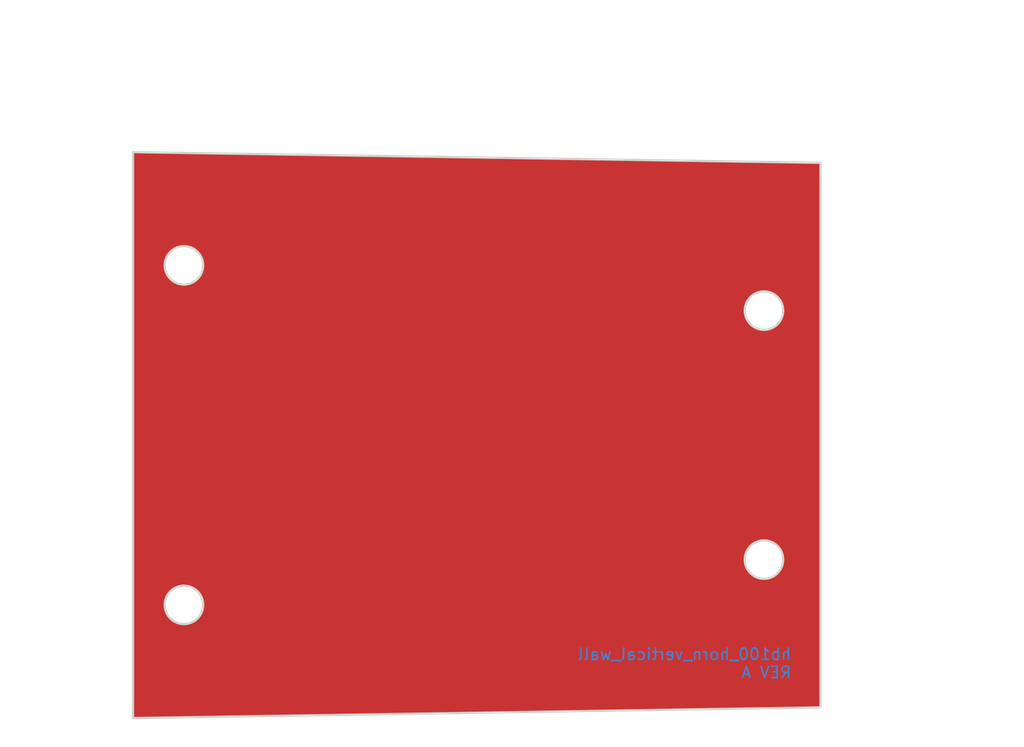
<source format=kicad_pcb>
(kicad_pcb (version 20221018) (generator pcbnew)

  (general
    (thickness 1.6)
  )

  (paper "A4")
  (layers
    (0 "F.Cu" signal)
    (31 "B.Cu" signal)
    (32 "B.Adhes" user "B.Adhesive")
    (33 "F.Adhes" user "F.Adhesive")
    (34 "B.Paste" user)
    (35 "F.Paste" user)
    (36 "B.SilkS" user "B.Silkscreen")
    (37 "F.SilkS" user "F.Silkscreen")
    (38 "B.Mask" user)
    (39 "F.Mask" user)
    (40 "Dwgs.User" user "User.Drawings")
    (41 "Cmts.User" user "User.Comments")
    (42 "Eco1.User" user "User.Eco1")
    (43 "Eco2.User" user "User.Eco2")
    (44 "Edge.Cuts" user)
    (45 "Margin" user)
    (46 "B.CrtYd" user "B.Courtyard")
    (47 "F.CrtYd" user "F.Courtyard")
    (48 "B.Fab" user)
    (49 "F.Fab" user)
    (50 "User.1" user)
    (51 "User.2" user)
    (52 "User.3" user)
    (53 "User.4" user)
    (54 "User.5" user)
    (55 "User.6" user)
    (56 "User.7" user)
    (57 "User.8" user)
    (58 "User.9" user)
  )

  (setup
    (pad_to_mask_clearance 0)
    (pcbplotparams
      (layerselection 0x00010fc_ffffffff)
      (plot_on_all_layers_selection 0x0000000_00000000)
      (disableapertmacros false)
      (usegerberextensions false)
      (usegerberattributes true)
      (usegerberadvancedattributes true)
      (creategerberjobfile true)
      (dashed_line_dash_ratio 12.000000)
      (dashed_line_gap_ratio 3.000000)
      (svgprecision 4)
      (plotframeref false)
      (viasonmask false)
      (mode 1)
      (useauxorigin false)
      (hpglpennumber 1)
      (hpglpenspeed 20)
      (hpglpendiameter 15.000000)
      (dxfpolygonmode true)
      (dxfimperialunits true)
      (dxfusepcbnewfont true)
      (psnegative false)
      (psa4output false)
      (plotreference true)
      (plotvalue true)
      (plotinvisibletext false)
      (sketchpadsonfab false)
      (subtractmaskfromsilk false)
      (outputformat 1)
      (mirror false)
      (drillshape 1)
      (scaleselection 1)
      (outputdirectory "")
    )
  )

  (net 0 "")

  (gr_circle (center 92.499999 68.443949) (end 90.800001 68.443949)
    (stroke (width 0.2) (type solid)) (fill none) (layer "Edge.Cuts") (tstamp 0e86129f-9c59-4a11-b312-149455d4ceff))
  (gr_line (start 97.499998 33.387894) (end 36.752572 32.443948)
    (stroke (width 0.2) (type solid)) (layer "Edge.Cuts") (tstamp 303e2264-005d-4d61-ae64-d2b281b806dc))
  (gr_line (start 97.5 81.5) (end 97.499998 33.387894)
    (stroke (width 0.2) (type solid)) (layer "Edge.Cuts") (tstamp 3b4d01fa-b6ea-4a83-8d46-6fd6a267173e))
  (gr_line (start 36.752571 82.443948) (end 97.5 81.5)
    (stroke (width 0.2) (type solid)) (layer "Edge.Cuts") (tstamp 3cc7197d-6ef6-4037-b029-8272b45daa75))
  (gr_circle (center 41.252572 72.443947) (end 39.552572 72.443947)
    (stroke (width 0.2) (type solid)) (fill none) (layer "Edge.Cuts") (tstamp 4cfbdc8d-44dd-4fe4-b1a2-fb6669bcec37))
  (gr_circle (center 41.252572 42.443947) (end 39.552571 42.443947)
    (stroke (width 0.2) (type solid)) (fill none) (layer "Edge.Cuts") (tstamp 52ed8645-322d-44e3-bdbf-f265294cb69a))
  (gr_line (start 36.752572 32.443948) (end 36.752571 82.443948)
    (stroke (width 0.2) (type solid)) (layer "Edge.Cuts") (tstamp c01482ea-2288-402d-ac44-285a9589b946))
  (gr_circle (center 92.5 46.443947) (end 90.799999 46.44395)
    (stroke (width 0.2) (type solid)) (fill none) (layer "Edge.Cuts") (tstamp fba13032-0e76-4043-8f53-98a2c3a97243))
  (gr_text "hb100_horn_vertical_wall\nREV A" (at 95 79) (layer "B.Cu") (tstamp d0761a37-8de4-4720-a23f-20549e35dbd0)
    (effects (font (size 1 1) (thickness 0.15)) (justify left bottom mirror))
  )
  (gr_text "hb100_horn_vertical_wall\nREV A" (at 95 79) (layer "B.Mask") (tstamp 12132012-f3e3-4ec9-89fa-c308804df2ba)
    (effects (font (size 1 1) (thickness 0.15)) (justify left bottom mirror))
  )

  (zone (net 0) (net_name "") (layer "F.Cu") (tstamp ed0cc637-b977-4d6c-a7e4-620198b78416) (hatch edge 0.5)
    (connect_pads (clearance 0.5))
    (min_thickness 0.25) (filled_areas_thickness no)
    (fill yes (thermal_gap 0.5) (thermal_bridge_width 0.5) (island_removal_mode 1) (island_area_min 10))
    (polygon
      (pts
        (xy 25 19)
        (xy 115.5 19)
        (xy 115.5 85)
        (xy 25 85)
      )
    )
    (filled_polygon
      (layer "F.Cu")
      (island)
      (pts
        (xy 97.377425 33.386488)
        (xy 97.44415 33.407212)
        (xy 97.489079 33.46072)
        (xy 97.499498 33.510473)
        (xy 97.499498 81.377419)
        (xy 97.479813 81.444458)
        (xy 97.427009 81.490213)
        (xy 97.377425 81.501404)
        (xy 36.878998 82.441483)
        (xy 36.81166 82.422842)
        (xy 36.765091 82.370756)
        (xy 36.753071 82.317498)
        (xy 36.753071 72.443951)
        (xy 39.547304 72.443951)
        (xy 39.566349 72.698101)
        (xy 39.622675 72.944883)
        (xy 39.623064 72.946584)
        (xy 39.716179 73.183835)
        (xy 39.843613 73.404559)
        (xy 40.002522 73.603824)
        (xy 40.189355 73.777179)
        (xy 40.399938 73.920752)
        (xy 40.399943 73.920754)
        (xy 40.399944 73.920755)
        (xy 40.399945 73.920756)
        (xy 40.558509 73.997116)
        (xy 40.629568 74.031336)
        (xy 40.671729 74.044341)
        (xy 40.678821 74.047013)
        (xy 40.713817 74.062702)
        (xy 40.741761 74.065943)
        (xy 40.873114 74.10646)
        (xy 40.873119 74.10646)
        (xy 40.87312 74.106461)
        (xy 40.920681 74.11363)
        (xy 40.927873 74.115154)
        (xy 40.930553 74.115889)
        (xy 40.930618 74.115905)
        (xy 40.964808 74.125299)
        (xy 40.991819 74.124352)
        (xy 41.125137 74.144447)
        (xy 41.125143 74.144447)
        (xy 41.177264 74.144447)
        (xy 41.184382 74.144857)
        (xy 41.222261 74.149231)
        (xy 41.247762 74.144447)
        (xy 41.380003 74.144447)
        (xy 41.380007 74.144447)
        (xy 41.435607 74.136066)
        (xy 41.442457 74.135421)
        (xy 41.447821 74.135216)
        (xy 41.447822 74.135215)
        (xy 41.449881 74.135137)
        (xy 41.449921 74.135134)
        (xy 41.480363 74.133966)
        (xy 41.50377 74.125792)
        (xy 41.63203 74.10646)
        (xy 41.689741 74.088658)
        (xy 41.696135 74.087057)
        (xy 41.703703 74.08559)
        (xy 41.70371 74.085587)
        (xy 41.704404 74.085453)
        (xy 41.704413 74.085451)
        (xy 41.733117 74.079884)
        (xy 41.754007 74.068834)
        (xy 41.875576 74.031336)
        (xy 41.933751 74.00332)
        (xy 41.939654 74.000846)
        (xy 41.949012 73.997486)
        (xy 41.949019 73.997482)
        (xy 41.950008 73.997127)
        (xy 41.950036 73.997116)
        (xy 41.974732 73.988246)
        (xy 41.992774 73.974896)
        (xy 42.105206 73.920752)
        (xy 42.162081 73.881975)
        (xy 42.167342 73.878761)
        (xy 42.177997 73.872968)
        (xy 42.178003 73.872963)
        (xy 42.199649 73.861193)
        (xy 42.21463 73.846147)
        (xy 42.315789 73.777179)
        (xy 42.369437 73.727401)
        (xy 42.374 73.723561)
        (xy 42.402729 73.701662)
        (xy 42.414555 73.685537)
        (xy 42.502622 73.603824)
        (xy 42.551017 73.543138)
        (xy 42.554801 73.538821)
        (xy 42.566033 73.527151)
        (xy 42.566036 73.527146)
        (xy 42.566689 73.526468)
        (xy 42.566696 73.526461)
        (xy 42.579324 73.513339)
        (xy 42.588006 73.496755)
        (xy 42.661531 73.404559)
        (xy 42.663408 73.401309)
        (xy 42.676492 73.378643)
        (xy 42.702605 73.333414)
        (xy 42.705565 73.328778)
        (xy 42.715991 73.313957)
        (xy 42.715995 73.313948)
        (xy 42.725385 73.300599)
        (xy 42.731056 73.284136)
        (xy 42.788965 73.183835)
        (xy 42.820675 73.103037)
        (xy 42.822824 73.098188)
        (xy 42.831646 73.080371)
        (xy 42.831647 73.080367)
        (xy 42.83371 73.076201)
        (xy 42.834422 73.075428)
        (xy 42.835872 73.071832)
        (xy 42.836409 73.070745)
        (xy 42.837929 73.060516)
        (xy 42.839658 73.055052)
        (xy 42.841031 73.051172)
        (xy 42.88208 72.946584)
        (xy 42.902459 72.857293)
        (xy 42.903786 72.852419)
        (xy 42.910048 72.832632)
        (xy 42.911291 72.830783)
        (xy 42.91278 72.824416)
        (xy 42.91274 72.816005)
        (xy 42.9142 72.806548)
        (xy 42.915019 72.802268)
        (xy 42.938794 72.698104)
        (xy 42.946008 72.601836)
        (xy 42.946549 72.597117)
        (xy 42.950078 72.574272)
        (xy 42.950078 72.57427)
        (xy 42.950221 72.573345)
        (xy 42.950225 72.573307)
        (xy 42.951229 72.566803)
        (xy 42.950336 72.560795)
        (xy 42.950351 72.559959)
        (xy 42.950733 72.540005)
        (xy 42.95089 72.536682)
        (xy 42.95784 72.443947)
        (xy 42.95089 72.351215)
        (xy 42.950733 72.347885)
        (xy 42.950335 72.327097)
        (xy 42.951499 72.322836)
        (xy 42.950266 72.314852)
        (xy 42.950263 72.314825)
        (xy 42.950078 72.313628)
        (xy 42.950078 72.313622)
        (xy 42.94655 72.290785)
        (xy 42.946007 72.286049)
        (xy 42.938794 72.18979)
        (xy 42.915014 72.085604)
        (xy 42.9142 72.081341)
        (xy 42.912738 72.071881)
        (xy 42.913499 72.066172)
        (xy 42.913164 72.065112)
        (xy 42.911578 72.058336)
        (xy 42.910048 72.055261)
        (xy 42.909525 72.053611)
        (xy 42.90378 72.035456)
        (xy 42.902461 72.030608)
        (xy 42.88208 71.94131)
        (xy 42.841034 71.836729)
        (xy 42.839657 71.832837)
        (xy 42.837932 71.827388)
        (xy 42.837777 71.819908)
        (xy 42.835871 71.816059)
        (xy 42.834645 71.813019)
        (xy 42.833711 71.811693)
        (xy 42.831635 71.807501)
        (xy 42.822807 71.789672)
        (xy 42.820679 71.784865)
        (xy 42.788965 71.704059)
        (xy 42.731057 71.603759)
        (xy 42.727945 71.59093)
        (xy 42.705578 71.559132)
        (xy 42.702594 71.554459)
        (xy 42.663407 71.486585)
        (xy 42.661531 71.483335)
        (xy 42.588006 71.391138)
        (xy 42.582643 71.378002)
        (xy 42.554812 71.349084)
        (xy 42.551017 71.344755)
        (xy 42.502622 71.28407)
        (xy 42.502619 71.284067)
        (xy 42.414555 71.202355)
        (xy 42.406796 71.189329)
        (xy 42.373999 71.16433)
        (xy 42.369411 71.160468)
        (xy 42.315789 71.110714)
        (xy 42.21463 71.041745)
        (xy 42.204419 71.029293)
        (xy 42.167367 71.009144)
        (xy 42.162057 71.005902)
        (xy 42.105206 70.967142)
        (xy 42.105202 70.96714)
        (xy 41.992773 70.912997)
        (xy 41.980134 70.901586)
        (xy 41.951409 70.891269)
        (xy 41.9514 70.891265)
        (xy 41.939666 70.88705)
        (xy 41.933724 70.88456)
        (xy 41.875578 70.856559)
        (xy 41.875576 70.856558)
        (xy 41.824749 70.84088)
        (xy 41.754006 70.819058)
        (xy 41.739056 70.80916)
        (xy 41.696169 70.800842)
        (xy 41.689694 70.799221)
        (xy 41.632035 70.781435)
        (xy 41.632031 70.781434)
        (xy 41.63203 70.781434)
        (xy 41.584448 70.774262)
        (xy 41.503763 70.7621)
        (xy 41.486696 70.754165)
        (xy 41.442446 70.75247)
        (xy 41.435573 70.751822)
        (xy 41.380012 70.743447)
        (xy 41.380007 70.743447)
        (xy 41.247764 70.743447)
        (xy 41.22888 70.737902)
        (xy 41.19375 70.741957)
        (xy 41.193743 70.741958)
        (xy 41.184391 70.743038)
        (xy 41.177276 70.743447)
        (xy 41.125129 70.743447)
        (xy 40.991805 70.763543)
        (xy 40.971476 70.760761)
        (xy 40.931645 70.771705)
        (xy 40.93161 70.771714)
        (xy 40.927846 70.772746)
        (xy 40.920687 70.774262)
        (xy 40.873111 70.781434)
        (xy 40.741685 70.821973)
        (xy 40.720344 70.822263)
        (xy 40.678819 70.84088)
        (xy 40.671725 70.843553)
        (xy 40.62957 70.856556)
        (xy 40.399942 70.967139)
        (xy 40.189354 71.110715)
        (xy 40.002524 71.284068)
        (xy 40.002522 71.28407)
        (xy 39.843613 71.483335)
        (xy 39.71618 71.704056)
        (xy 39.623064 71.941309)
        (xy 39.623062 71.941316)
        (xy 39.566349 72.189792)
        (xy 39.547304 72.443942)
        (xy 39.547304 72.443951)
        (xy 36.753071 72.443951)
        (xy 36.753071 68.443953)
        (xy 90.794733 68.443953)
        (xy 90.813777 68.698096)
        (xy 90.813778 68.698101)
        (xy 90.870489 68.946571)
        (xy 90.870491 68.94658)
        (xy 90.870493 68.946585)
        (xy 90.963607 69.183836)
        (xy 91.049977 69.333434)
        (xy 91.091041 69.404558)
        (xy 91.091047 69.404567)
        (xy 91.20157 69.543157)
        (xy 91.249951 69.603824)
        (xy 91.436783 69.77718)
        (xy 91.647366 69.920753)
        (xy 91.647371 69.920755)
        (xy 91.647372 69.920756)
        (xy 91.647373 69.920757)
        (xy 91.84266 70.014801)
        (xy 91.876995 70.031336)
        (xy 91.919114 70.044328)
        (xy 91.926212 70.047002)
        (xy 91.961189 70.062687)
        (xy 91.989165 70.065935)
        (xy 92.120542 70.10646)
        (xy 92.168121 70.113631)
        (xy 92.175303 70.115154)
        (xy 92.175858 70.115307)
        (xy 92.17586 70.115307)
        (xy 92.178122 70.115929)
        (xy 92.178199 70.115947)
        (xy 92.212235 70.125299)
        (xy 92.239246 70.124352)
        (xy 92.372564 70.144447)
        (xy 92.424691 70.144447)
        (xy 92.431809 70.144857)
        (xy 92.469688 70.149231)
        (xy 92.495189 70.144447)
        (xy 92.62743 70.144447)
        (xy 92.627434 70.144447)
        (xy 92.683033 70.136066)
        (xy 92.689884 70.135421)
        (xy 92.695247 70.135216)
        (xy 92.695248 70.135215)
        (xy 92.696602 70.135164)
        (xy 92.696647 70.13516)
        (xy 92.727791 70.133966)
        (xy 92.751197 70.125792)
        (xy 92.862812 70.108968)
        (xy 92.879444 70.106462)
        (xy 92.879447 70.106461)
        (xy 92.879456 70.10646)
        (xy 92.937108 70.088676)
        (xy 92.943534 70.087065)
        (xy 92.947469 70.0863)
        (xy 92.955793 70.084686)
        (xy 92.9558 70.084684)
        (xy 92.980535 70.079887)
        (xy 93.00143 70.068835)
        (xy 93.123003 70.031336)
        (xy 93.123003 70.031335)
        (xy 93.123006 70.031335)
        (xy 93.146151 70.020188)
        (xy 93.181169 70.003324)
        (xy 93.187101 70.000839)
        (xy 93.196438 69.997486)
        (xy 93.196441 69.997483)
        (xy 93.19743 69.997129)
        (xy 93.197456 69.997119)
        (xy 93.222155 69.988247)
        (xy 93.240202 69.974896)
        (xy 93.352632 69.920753)
        (xy 93.352636 69.92075)
        (xy 93.409512 69.881972)
        (xy 93.414788 69.87875)
        (xy 93.425422 69.872968)
        (xy 93.425427 69.872963)
        (xy 93.426411 69.872429)
        (xy 93.426434 69.872416)
        (xy 93.44708 69.861188)
        (xy 93.462059 69.846146)
        (xy 93.563215 69.77718)
        (xy 93.616844 69.727418)
        (xy 93.621432 69.723557)
        (xy 93.650154 69.701663)
        (xy 93.661979 69.685539)
        (xy 93.750047 69.603824)
        (xy 93.798454 69.543122)
        (xy 93.802214 69.538834)
        (xy 93.813459 69.527151)
        (xy 93.813463 69.527144)
        (xy 93.816745 69.523735)
        (xy 93.816757 69.523722)
        (xy 93.826745 69.513343)
        (xy 93.835425 69.496763)
        (xy 93.908956 69.40456)
        (xy 93.950035 69.333407)
        (xy 93.952992 69.328777)
        (xy 93.963416 69.313958)
        (xy 93.963419 69.313951)
        (xy 93.972811 69.300599)
        (xy 93.978483 69.284135)
        (xy 94.036391 69.183836)
        (xy 94.068112 69.10301)
        (xy 94.070234 69.098218)
        (xy 94.079071 69.080372)
        (xy 94.079073 69.080364)
        (xy 94.081132 69.076207)
        (xy 94.081845 69.075434)
        (xy 94.083294 69.071839)
        (xy 94.083836 69.070744)
        (xy 94.085355 69.060515)
        (xy 94.087081 69.055061)
        (xy 94.088459 69.051167)
        (xy 94.129505 68.946585)
        (xy 94.149886 68.857288)
        (xy 94.151206 68.852434)
        (xy 94.157472 68.832634)
        (xy 94.158717 68.830783)
        (xy 94.160207 68.824419)
        (xy 94.160167 68.815995)
        (xy 94.161624 68.806564)
        (xy 94.162445 68.802263)
        (xy 94.186219 68.698106)
        (xy 94.193433 68.601838)
        (xy 94.193974 68.597118)
        (xy 94.197503 68.574274)
        (xy 94.197503 68.574266)
        (xy 94.197657 68.573271)
        (xy 94.197662 68.573231)
        (xy 94.198654 68.566805)
        (xy 94.197761 68.560797)
        (xy 94.197776 68.559961)
        (xy 94.198158 68.540007)
        (xy 94.198315 68.536684)
        (xy 94.205265 68.443949)
        (xy 94.198315 68.351217)
        (xy 94.198158 68.347887)
        (xy 94.19776 68.327099)
        (xy 94.198924 68.322837)
        (xy 94.197728 68.31509)
        (xy 94.197726 68.315072)
        (xy 94.197503 68.313629)
        (xy 94.197503 68.313624)
        (xy 94.193975 68.290787)
        (xy 94.193432 68.286051)
        (xy 94.186219 68.189792)
        (xy 94.162447 68.085644)
        (xy 94.161623 68.081327)
        (xy 94.160166 68.07189)
        (xy 94.160927 68.066176)
        (xy 94.16059 68.065112)
        (xy 94.159005 68.058342)
        (xy 94.157472 68.05526)
        (xy 94.151213 68.035483)
        (xy 94.149882 68.03059)
        (xy 94.137073 67.974473)
        (xy 94.129509 67.941328)
        (xy 94.129507 67.941322)
        (xy 94.129505 67.941313)
        (xy 94.088466 67.836748)
        (xy 94.087075 67.832818)
        (xy 94.085362 67.827404)
        (xy 94.085205 67.819918)
        (xy 94.083293 67.816056)
        (xy 94.082067 67.813015)
        (xy 94.081131 67.811687)
        (xy 94.070252 67.789714)
        (xy 94.068099 67.784852)
        (xy 94.036391 67.704062)
        (xy 94.03639 67.704061)
        (xy 93.978481 67.60376)
        (xy 93.97537 67.590934)
        (xy 93.953002 67.559134)
        (xy 93.950019 67.554461)
        (xy 93.910832 67.486588)
        (xy 93.908956 67.483338)
        (xy 93.90895 67.48333)
        (xy 93.908949 67.483328)
        (xy 93.835429 67.391139)
        (xy 93.830065 67.378001)
        (xy 93.802224 67.349072)
        (xy 93.798425 67.344738)
        (xy 93.750047 67.284074)
        (xy 93.661982 67.202361)
        (xy 93.654223 67.189334)
        (xy 93.621434 67.164342)
        (xy 93.616846 67.16048)
        (xy 93.591216 67.136699)
        (xy 93.563215 67.110718)
        (xy 93.563211 67.110715)
        (xy 93.46206 67.041751)
        (xy 93.451853 67.029302)
        (xy 93.414804 67.009156)
        (xy 93.409494 67.005913)
        (xy 93.352632 66.967145)
        (xy 93.352629 66.967144)
        (xy 93.352627 66.967142)
        (xy 93.240197 66.912998)
        (xy 93.227561 66.901589)
        (xy 93.187099 66.887058)
        (xy 93.181152 66.884565)
        (xy 93.123008 66.856564)
        (xy 93.122993 66.856558)
        (xy 93.001432 66.819062)
        (xy 92.986477 66.809161)
        (xy 92.943588 66.800843)
        (xy 92.937114 66.799222)
        (xy 92.879457 66.781438)
        (xy 92.830347 66.774035)
        (xy 92.75119 66.762104)
        (xy 92.734122 66.754169)
        (xy 92.689875 66.752474)
        (xy 92.683002 66.751826)
        (xy 92.627439 66.743451)
        (xy 92.627434 66.743451)
        (xy 92.495191 66.743451)
        (xy 92.476307 66.737906)
        (xy 92.441177 66.741961)
        (xy 92.44117 66.741962)
        (xy 92.431818 66.743042)
        (xy 92.424703 66.743451)
        (xy 92.372556 66.743451)
        (xy 92.239232 66.763547)
        (xy 92.218903 66.760765)
        (xy 92.182047 66.770891)
        (xy 92.182037 66.770895)
        (xy 92.175861 66.77259)
        (xy 92.175858 66.772591)
        (xy 92.175292 66.772746)
        (xy 92.168124 66.774265)
        (xy 92.120539 66.781438)
        (xy 91.989083 66.821986)
        (xy 91.967727 66.822276)
        (xy 91.926208 66.840895)
        (xy 91.919109 66.84357)
        (xy 91.876991 66.856563)
        (xy 91.647373 66.96714)
        (xy 91.647372 66.967141)
        (xy 91.436782 67.110718)
        (xy 91.249953 67.284071)
        (xy 91.24995 67.284074)
        (xy 91.091047 67.48333)
        (xy 91.091041 67.483339)
        (xy 90.963607 67.704061)
        (xy 90.870495 67.941307)
        (xy 90.870489 67.941326)
        (xy 90.813778 68.189796)
        (xy 90.813777 68.189801)
        (xy 90.794733 68.443944)
        (xy 90.794733 68.443953)
        (xy 36.753071 68.443953)
        (xy 36.753071 46.443951)
        (xy 90.794731 46.443951)
        (xy 90.813776 46.698101)
        (xy 90.844482 46.832635)
        (xy 90.870491 46.946584)
        (xy 90.963606 47.183835)
        (xy 91.091041 47.404559)
        (xy 91.187689 47.525752)
        (xy 91.249952 47.603828)
        (xy 91.355387 47.701656)
        (xy 91.436782 47.77718)
        (xy 91.647366 47.920753)
        (xy 91.876995 48.031337)
        (xy 91.919137 48.044336)
        (xy 91.926228 48.047008)
        (xy 91.961229 48.062702)
        (xy 91.989195 48.065946)
        (xy 92.120542 48.106461)
        (xy 92.168113 48.113631)
        (xy 92.175299 48.115154)
        (xy 92.175859 48.115308)
        (xy 92.17586 48.115308)
        (xy 92.212205 48.125296)
        (xy 92.239233 48.124351)
        (xy 92.372565 48.144448)
        (xy 92.372571 48.144448)
        (xy 92.424692 48.144448)
        (xy 92.43181 48.144858)
        (xy 92.469689 48.149232)
        (xy 92.49519 48.144448)
        (xy 92.627431 48.144448)
        (xy 92.627435 48.144448)
        (xy 92.683035 48.136067)
        (xy 92.689885 48.135422)
        (xy 92.695249 48.135217)
        (xy 92.69525 48.135216)
        (xy 92.697309 48.135138)
        (xy 92.697349 48.135135)
        (xy 92.72779 48.133967)
        (xy 92.751196 48.125793)
        (xy 92.879458 48.106461)
        (xy 92.93711 48.088677)
        (xy 92.943536 48.087066)
        (xy 92.947471 48.086301)
        (xy 92.955795 48.084687)
        (xy 92.955802 48.084685)
        (xy 92.980537 48.079888)
        (xy 93.001432 48.068836)
        (xy 93.123005 48.031337)
        (xy 93.18118 48.003321)
        (xy 93.187084 48.000847)
        (xy 93.19644 47.997487)
        (xy 93.196445 47.997483)
        (xy 93.19835 47.9968)
        (xy 93.198368 47.996794)
        (xy 93.222154 47.98825)
        (xy 93.240196 47.9749)
        (xy 93.352635 47.920753)
        (xy 93.409507 47.881977)
        (xy 93.414783 47.878755)
        (xy 93.425425 47.872969)
        (xy 93.425427 47.872967)
        (xy 93.427122 47.872046)
        (xy 93.427171 47.872017)
        (xy 93.447088 47.861186)
        (xy 93.462065 47.846144)
        (xy 93.563218 47.77718)
        (xy 93.616864 47.727403)
        (xy 93.621419 47.723568)
        (xy 93.632719 47.714956)
        (xy 93.632719 47.714955)
        (xy 93.633888 47.714065)
        (xy 93.633913 47.714044)
        (xy 93.650164 47.701656)
        (xy 93.661985 47.685537)
        (xy 93.750044 47.603831)
        (xy 93.750046 47.603827)
        (xy 93.750051 47.603824)
        (xy 93.798447 47.543135)
        (xy 93.802224 47.538827)
        (xy 93.813462 47.527151)
        (xy 93.813464 47.527148)
        (xy 93.814775 47.525786)
        (xy 93.814806 47.525752)
        (xy 93.826749 47.513341)
        (xy 93.835428 47.496763)
        (xy 93.908959 47.404559)
        (xy 93.950049 47.333387)
        (xy 93.952987 47.328788)
        (xy 93.963419 47.313958)
        (xy 93.963421 47.313952)
        (xy 93.964027 47.313092)
        (xy 93.964036 47.313079)
        (xy 93.972818 47.300593)
        (xy 93.97849 47.284127)
        (xy 94.036394 47.183835)
        (xy 94.068108 47.103028)
        (xy 94.070242 47.098209)
        (xy 94.079075 47.080371)
        (xy 94.08114 47.076202)
        (xy 94.081851 47.075431)
        (xy 94.083301 47.071834)
        (xy 94.083837 47.07075)
        (xy 94.085357 47.06052)
        (xy 94.087088 47.05505)
        (xy 94.088457 47.051181)
        (xy 94.129509 46.946584)
        (xy 94.149887 46.8573)
        (xy 94.151214 46.852422)
        (xy 94.157476 46.832635)
        (xy 94.15872 46.830784)
        (xy 94.160211 46.824412)
        (xy 94.160171 46.815997)
        (xy 94.161628 46.806564)
        (xy 94.16245 46.802259)
        (xy 94.186223 46.698104)
        (xy 94.193437 46.601836)
        (xy 94.193978 46.597117)
        (xy 94.197507 46.574272)
        (xy 94.197507 46.574264)
        (xy 94.197661 46.573269)
        (xy 94.197666 46.573229)
        (xy 94.198658 46.566803)
        (xy 94.197765 46.560795)
        (xy 94.19778 46.559959)
        (xy 94.198162 46.540005)
        (xy 94.198319 46.536682)
        (xy 94.205269 46.443947)
        (xy 94.198319 46.351215)
        (xy 94.198162 46.347885)
        (xy 94.197764 46.327097)
        (xy 94.198928 46.322835)
        (xy 94.197732 46.315088)
        (xy 94.19773 46.31507)
        (xy 94.197507 46.313627)
        (xy 94.197507 46.313622)
        (xy 94.193979 46.290785)
        (xy 94.193436 46.286049)
        (xy 94.186223 46.18979)
        (xy 94.162452 46.085645)
        (xy 94.161627 46.081324)
        (xy 94.16017 46.071887)
        (xy 94.16093 46.066175)
        (xy 94.160594 46.065111)
        (xy 94.159009 46.05834)
        (xy 94.157477 46.055261)
        (xy 94.156954 46.053611)
        (xy 94.151209 46.035456)
        (xy 94.14989 46.030608)
        (xy 94.129509 45.94131)
        (xy 94.088461 45.836724)
        (xy 94.087084 45.832831)
        (xy 94.085364 45.827398)
        (xy 94.085207 45.819908)
        (xy 94.083297 45.816049)
        (xy 94.082075 45.813017)
        (xy 94.081137 45.811687)
        (xy 94.070246 45.78969)
        (xy 94.068099 45.784843)
        (xy 94.036394 45.704059)
        (xy 93.978489 45.603765)
        (xy 93.975377 45.590937)
        (xy 93.96342 45.573938)
        (xy 93.963419 45.573936)
        (xy 93.952998 45.559121)
        (xy 93.950032 45.554476)
        (xy 93.908959 45.483335)
        (xy 93.835428 45.39113)
        (xy 93.830067 45.377998)
        (xy 93.815394 45.362751)
        (xy 93.815374 45.362729)
        (xy 93.802234 45.349075)
        (xy 93.798432 45.344738)
        (xy 93.750051 45.28407)
        (xy 93.66198 45.202352)
        (xy 93.654224 45.189331)
        (xy 93.633194 45.1733)
        (xy 93.633189 45.173296)
        (xy 93.621436 45.164337)
        (xy 93.616849 45.160476)
        (xy 93.598023 45.143008)
        (xy 93.563218 45.110714)
        (xy 93.563214 45.110711)
        (xy 93.462066 45.041749)
        (xy 93.45186 45.029302)
        (xy 93.427967 45.016309)
        (xy 93.427937 45.016291)
        (xy 93.414809 45.009152)
        (xy 93.409499 45.00591)
        (xy 93.352635 44.967141)
        (xy 93.352631 44.967139)
        (xy 93.240198 44.912994)
        (xy 93.22756 44.901583)
        (xy 93.187101 44.887053)
        (xy 93.181154 44.88456)
        (xy 93.12301 44.856559)
        (xy 93.122995 44.856553)
        (xy 93.001434 44.819057)
        (xy 92.986479 44.809156)
        (xy 92.94359 44.800838)
        (xy 92.937116 44.799217)
        (xy 92.894696 44.786133)
        (xy 92.879458 44.781433)
        (xy 92.806663 44.77046)
        (xy 92.751191 44.762099)
        (xy 92.734124 44.754164)
        (xy 92.689874 44.752469)
        (xy 92.683001 44.751821)
        (xy 92.62744 44.743446)
        (xy 92.627435 44.743446)
        (xy 92.495192 44.743446)
        (xy 92.476308 44.737901)
        (xy 92.441178 44.741956)
        (xy 92.441171 44.741957)
        (xy 92.431819 44.743037)
        (xy 92.424704 44.743446)
        (xy 92.372559 44.743446)
        (xy 92.239218 44.763545)
        (xy 92.218875 44.760761)
        (xy 92.175298 44.772737)
        (xy 92.168105 44.774262)
        (xy 92.120539 44.781433)
        (xy 91.989112 44.821972)
        (xy 91.967756 44.822262)
        (xy 91.926226 44.840885)
        (xy 91.919128 44.843559)
        (xy 91.876996 44.856556)
        (xy 91.647369 44.967139)
        (xy 91.647365 44.967141)
        (xy 91.436784 45.110712)
        (xy 91.249952 45.284065)
        (xy 91.091041 45.483335)
        (xy 90.963607 45.704056)
        (xy 90.963605 45.70406)
        (xy 90.870491 45.941309)
        (xy 90.870489 45.941316)
        (xy 90.813776 46.189792)
        (xy 90.794731 46.443942)
        (xy 90.794731 46.443951)
        (xy 36.753071 46.443951)
        (xy 36.753071 42.443951)
        (xy 39.547303 42.443951)
        (xy 39.566348 42.698101)
        (xy 39.597054 42.832635)
        (xy 39.623063 42.946584)
        (xy 39.716178 43.183835)
        (xy 39.843613 43.404559)
        (xy 39.940261 43.525752)
        (xy 40.002524 43.603828)
        (xy 40.107959 43.701656)
        (xy 40.189354 43.77718)
        (xy 40.399938 43.920753)
        (xy 40.629567 44.031337)
        (xy 40.671709 44.044336)
        (xy 40.6788 44.047008)
        (xy 40.713801 44.062702)
        (xy 40.741767 44.065946)
        (xy 40.873114 44.106461)
        (xy 40.920685 44.113631)
        (xy 40.927871 44.115154)
        (xy 40.928431 44.115308)
        (xy 40.928432 44.115308)
        (xy 40.964777 44.125296)
        (xy 40.991805 44.124351)
        (xy 41.125137 44.144448)
        (xy 41.125143 44.144448)
        (xy 41.177264 44.144448)
        (xy 41.184382 44.144858)
        (xy 41.222261 44.149232)
        (xy 41.247762 44.144448)
        (xy 41.380003 44.144448)
        (xy 41.380007 44.144448)
        (xy 41.435607 44.136067)
        (xy 41.442457 44.135422)
        (xy 41.447821 44.135217)
        (xy 41.447822 44.135216)
        (xy 41.449881 44.135138)
        (xy 41.449921 44.135135)
        (xy 41.480362 44.133967)
        (xy 41.503768 44.125793)
        (xy 41.63203 44.106461)
        (xy 41.689682 44.088677)
        (xy 41.696108 44.087066)
        (xy 41.700043 44.086301)
        (xy 41.708367 44.084687)
        (xy 41.708374 44.084685)
        (xy 41.733109 44.079888)
        (xy 41.754004 44.068836)
        (xy 41.875577 44.031337)
        (xy 41.933752 44.003321)
        (xy 41.939656 44.000847)
        (xy 41.949012 43.997487)
        (xy 41.949017 43.997483)
        (xy 41.950922 43.9968)
        (xy 41.95094 43.996794)
        (xy 41.974726 43.98825)
        (xy 41.992768 43.9749)
        (xy 42.105207 43.920753)
        (xy 42.162079 43.881977)
        (xy 42.167355 43.878755)
        (xy 42.177997 43.872969)
        (xy 42.177999 43.872967)
        (xy 42.179694 43.872046)
        (xy 42.179743 43.872017)
        (xy 42.19966 43.861186)
        (xy 42.214637 43.846144)
        (xy 42.31579 43.77718)
        (xy 42.369436 43.727403)
        (xy 42.373991 43.723568)
        (xy 42.385291 43.714956)
        (xy 42.385291 43.714955)
        (xy 42.38646 43.714065)
        (xy 42.386485 43.714044)
        (xy 42.402736 43.701656)
        (xy 42.414557 43.685537)
        (xy 42.502616 43.603831)
        (xy 42.502618 43.603827)
        (xy 42.502623 43.603824)
        (xy 42.551019 43.543135)
        (xy 42.554796 43.538827)
        (xy 42.566034 43.527151)
        (xy 42.566036 43.527148)
        (xy 42.567347 43.525786)
        (xy 42.567378 43.525752)
        (xy 42.579321 43.513341)
        (xy 42.588 43.496763)
        (xy 42.661531 43.404559)
        (xy 42.702621 43.333387)
        (xy 42.705559 43.328788)
        (xy 42.715991 43.313958)
        (xy 42.715993 43.313952)
        (xy 42.716599 43.313092)
        (xy 42.716608 43.313079)
        (xy 42.72539 43.300593)
        (xy 42.731062 43.284127)
        (xy 42.788966 43.183835)
        (xy 42.82068 43.103028)
        (xy 42.822814 43.098209)
        (xy 42.831647 43.080371)
        (xy 42.833712 43.076202)
        (xy 42.834423 43.075431)
        (xy 42.835873 43.071834)
        (xy 42.836409 43.07075)
        (xy 42.837929 43.06052)
        (xy 42.83966 43.05505)
        (xy 42.841029 43.051181)
        (xy 42.882081 42.946584)
        (xy 42.902459 42.8573)
        (xy 42.903786 42.852422)
        (xy 42.910048 42.832635)
        (xy 42.911292 42.830784)
        (xy 42.912783 42.824412)
        (xy 42.912743 42.815997)
        (xy 42.9142 42.806564)
        (xy 42.915022 42.802259)
        (xy 42.938795 42.698104)
        (xy 42.946009 42.601836)
        (xy 42.94655 42.597117)
        (xy 42.950079 42.574272)
        (xy 42.950079 42.574264)
        (xy 42.950233 42.573269)
        (xy 42.950238 42.573229)
        (xy 42.95123 42.566803)
        (xy 42.950337 42.560795)
        (xy 42.950352 42.559959)
        (xy 42.950734 42.540005)
        (xy 42.950891 42.536682)
        (xy 42.957841 42.443947)
        (xy 42.950891 42.351215)
        (xy 42.950734 42.347885)
        (xy 42.950336 42.327097)
        (xy 42.9515 42.322835)
        (xy 42.950304 42.315088)
        (xy 42.950302 42.31507)
        (xy 42.950079 42.313627)
        (xy 42.950079 42.313622)
        (xy 42.946551 42.290785)
        (xy 42.946008 42.286049)
        (xy 42.938795 42.18979)
        (xy 42.915024 42.085645)
        (xy 42.914199 42.081324)
        (xy 42.912742 42.071887)
        (xy 42.913502 42.066175)
        (xy 42.913166 42.065111)
        (xy 42.911581 42.05834)
        (xy 42.910049 42.055261)
        (xy 42.909526 42.053611)
        (xy 42.903781 42.035456)
        (xy 42.902462 42.030608)
        (xy 42.882081 41.94131)
        (xy 42.841033 41.836724)
        (xy 42.839656 41.832831)
        (xy 42.837936 41.827398)
        (xy 42.837779 41.819908)
        (xy 42.835869 41.816049)
        (xy 42.834647 41.813017)
        (xy 42.833709 41.811687)
        (xy 42.822818 41.78969)
        (xy 42.820671 41.784843)
        (xy 42.788966 41.704059)
        (xy 42.731061 41.603765)
        (xy 42.727949 41.590937)
        (xy 42.715992 41.573938)
        (xy 42.715991 41.573936)
        (xy 42.70557 41.559121)
        (xy 42.702604 41.554476)
        (xy 42.661531 41.483335)
        (xy 42.588 41.39113)
        (xy 42.582639 41.377998)
        (xy 42.567966 41.362751)
        (xy 42.567946 41.362729)
        (xy 42.554806 41.349075)
        (xy 42.551004 41.344738)
        (xy 42.502623 41.28407)
        (xy 42.414552 41.202352)
        (xy 42.406796 41.189331)
        (xy 42.385766 41.1733)
        (xy 42.385761 41.173296)
        (xy 42.374008 41.164337)
        (xy 42.369421 41.160476)
        (xy 42.350595 41.143008)
        (xy 42.31579 41.110714)
        (xy 42.315786 41.110711)
        (xy 42.214638 41.041749)
        (xy 42.204432 41.029302)
        (xy 42.180539 41.016309)
        (xy 42.180509 41.016291)
        (xy 42.167381 41.009152)
        (xy 42.162071 41.00591)
        (xy 42.105207 40.967141)
        (xy 42.105203 40.967139)
        (xy 41.99277 40.912994)
        (xy 41.980132 40.901583)
        (xy 41.939673 40.887053)
        (xy 41.933726 40.88456)
        (xy 41.875582 40.856559)
        (xy 41.875567 40.856553)
        (xy 41.754006 40.819057)
        (xy 41.739051 40.809156)
        (xy 41.696162 40.800838)
        (xy 41.689688 40.799217)
        (xy 41.647268 40.786133)
        (xy 41.63203 40.781433)
        (xy 41.559235 40.77046)
        (xy 41.503763 40.762099)
        (xy 41.486696 40.754164)
        (xy 41.442446 40.752469)
        (xy 41.435573 40.751821)
        (xy 41.380012 40.743446)
        (xy 41.380007 40.743446)
        (xy 41.247764 40.743446)
        (xy 41.22888 40.737901)
        (xy 41.19375 40.741956)
        (xy 41.193743 40.741957)
        (xy 41.184391 40.743037)
        (xy 41.177276 40.743446)
        (xy 41.125131 40.743446)
        (xy 40.99179 40.763545)
        (xy 40.971447 40.760761)
        (xy 40.92787 40.772737)
        (xy 40.920677 40.774262)
        (xy 40.873111 40.781433)
        (xy 40.741684 40.821972)
        (xy 40.720328 40.822262)
        (xy 40.678798 40.840885)
        (xy 40.6717 40.843559)
        (xy 40.629568 40.856556)
        (xy 40.399941 40.967139)
        (xy 40.399937 40.967141)
        (xy 40.189356 41.110712)
        (xy 40.002524 41.284065)
        (xy 39.843613 41.483335)
        (xy 39.716179 41.704056)
        (xy 39.716177 41.70406)
        (xy 39.623063 41.941309)
        (xy 39.623061 41.941316)
        (xy 39.566348 42.189792)
        (xy 39.547303 42.443942)
        (xy 39.547303 42.443951)
        (xy 36.753071 42.443951)
        (xy 36.753071 32.570396)
        (xy 36.772756 32.503357)
        (xy 36.82556 32.457602)
        (xy 36.878994 32.446411)
      )
    )
  )
  (zone (net 0) (net_name "") (layer "F.Mask") (tstamp b7800573-6c1f-47ea-9811-ce382dce9f70) (hatch edge 0.5)
    (connect_pads (clearance 0.5))
    (min_thickness 0.25) (filled_areas_thickness no)
    (fill yes (thermal_gap 0.5) (thermal_bridge_width 0.5))
    (polygon
      (pts
        (xy 25 19)
        (xy 115.5 19)
        (xy 115.5 85)
        (xy 25 85)
      )
    )
    (filled_polygon
      (layer "F.Mask")
      (island)
      (pts
        (xy 97.377925 33.385997)
        (xy 97.44465 33.406721)
        (xy 97.489579 33.460229)
        (xy 97.499998 33.509982)
        (xy 97.499999 81.377911)
        (xy 97.480314 81.44495)
        (xy 97.42751 81.490705)
        (xy 97.377926 81.501896)
        (xy 36.878498 82.441991)
        (xy 36.81116 82.42335)
        (xy 36.764591 82.371264)
        (xy 36.752571 82.318006)
        (xy 36.752571 72.443947)
        (xy 39.550071 72.443947)
        (xy 39.570023 72.703831)
        (xy 39.570023 72.703836)
        (xy 39.629412 72.957624)
        (xy 39.629413 72.957629)
        (xy 39.726849 73.199382)
        (xy 39.726853 73.199388)
        (xy 39.860045 73.423426)
        (xy 40.025881 73.624515)
        (xy 40.220471 73.797933)
        (xy 40.220479 73.79794)
        (xy 40.439248 73.939613)
        (xy 40.439256 73.939617)
        (xy 40.677095 74.046238)
        (xy 40.677097 74.046239)
        (xy 40.928425 74.115305)
        (xy 40.928429 74.115306)
        (xy 41.187362 74.145198)
        (xy 41.447821 74.135216)
        (xy 41.703706 74.085589)
        (xy 41.949007 73.997488)
        (xy 42.178 73.872965)
        (xy 42.385285 73.714958)
        (xy 42.566031 73.527151)
        (xy 42.566035 73.527147)
        (xy 42.715991 73.313956)
        (xy 42.831645 73.080372)
        (xy 42.831646 73.080369)
        (xy 42.910288 72.831871)
        (xy 42.950078 72.574271)
        (xy 42.950078 72.574264)
        (xy 42.952572 72.443947)
        (xy 42.950078 72.313629)
        (xy 42.950078 72.313622)
        (xy 42.910288 72.056022)
        (xy 42.831646 71.807524)
        (xy 42.831645 71.807521)
        (xy 42.715991 71.573937)
        (xy 42.566035 71.360746)
        (xy 42.566031 71.360742)
        (xy 42.385285 71.172935)
        (xy 42.178 71.014928)
        (xy 41.949007 70.890405)
        (xy 41.703706 70.802304)
        (xy 41.447821 70.752677)
        (xy 41.187362 70.742695)
        (xy 40.928429 70.772587)
        (xy 40.928425 70.772588)
        (xy 40.677097 70.841654)
        (xy 40.677095 70.841655)
        (xy 40.439256 70.948276)
        (xy 40.439248 70.94828)
        (xy 40.220479 71.089953)
        (xy 40.220471 71.08996)
        (xy 40.025881 71.263378)
        (xy 39.860045 71.464467)
        (xy 39.726853 71.688505)
        (xy 39.726849 71.688511)
        (xy 39.629413 71.930264)
        (xy 39.629412 71.930269)
        (xy 39.570023 72.184057)
        (xy 39.570023 72.184062)
        (xy 39.550071 72.443944)
        (xy 39.550071 72.443947)
        (xy 36.752571 72.443947)
        (xy 36.752571 68.443949)
        (xy 90.7975 68.443949)
        (xy 90.817452 68.703832)
        (xy 90.817452 68.703837)
        (xy 90.876841 68.957625)
        (xy 90.876842 68.95763)
        (xy 90.974278 69.199383)
        (xy 90.974282 69.199389)
        (xy 91.107474 69.423427)
        (xy 91.27331 69.624515)
        (xy 91.4679 69.797934)
        (xy 91.467909 69.797941)
        (xy 91.686675 69.939613)
        (xy 91.924528 70.04624)
        (xy 92.175852 70.115305)
        (xy 92.175856 70.115306)
        (xy 92.434789 70.145198)
        (xy 92.695245 70.135216)
        (xy 92.951133 70.085589)
        (xy 93.196435 69.997487)
        (xy 93.196442 69.997484)
        (xy 93.425418 69.87297)
        (xy 93.425423 69.872967)
        (xy 93.632711 69.714958)
        (xy 93.813457 69.527151)
        (xy 93.813461 69.527147)
        (xy 93.963416 69.313957)
        (xy 94.07907 69.080373)
        (xy 94.079071 69.08037)
        (xy 94.157713 68.831872)
        (xy 94.197503 68.574273)
        (xy 94.197503 68.574266)
        (xy 94.199997 68.443949)
        (xy 94.197503 68.313631)
        (xy 94.197503 68.313624)
        (xy 94.157713 68.056025)
        (xy 94.079071 67.807527)
        (xy 94.07907 67.807524)
        (xy 93.963416 67.57394)
        (xy 93.813461 67.36075)
        (xy 93.813457 67.360746)
        (xy 93.632711 67.172939)
        (xy 93.425423 67.01493)
        (xy 93.425418 67.014927)
        (xy 93.196442 66.890413)
        (xy 93.196435 66.89041)
        (xy 92.951133 66.802308)
        (xy 92.695243 66.752681)
        (xy 92.695248 66.752681)
        (xy 92.434789 66.742699)
        (xy 92.175856 66.772591)
        (xy 92.175852 66.772592)
        (xy 91.924528 66.841657)
        (xy 91.686675 66.948284)
        (xy 91.467909 67.089956)
        (xy 91.4679 67.089963)
        (xy 91.27331 67.263382)
        (xy 91.107474 67.46447)
        (xy 90.974282 67.688508)
        (xy 90.974278 67.688514)
        (xy 90.876842 67.930267)
        (xy 90.876841 67.930272)
        (xy 90.817452 68.18406)
        (xy 90.817452 68.184065)
        (xy 90.7975 68.443946)
        (xy 90.7975 68.443949)
        (xy 36.752571 68.443949)
        (xy 36.752571 46.443947)
        (xy 90.797498 46.443947)
        (xy 90.81745 46.703831)
        (xy 90.81745 46.703836)
        (xy 90.876839 46.957624)
        (xy 90.87684 46.957629)
        (xy 90.974276 47.199382)
        (xy 90.97428 47.199388)
        (xy 91.107472 47.423426)
        (xy 91.273309 47.624516)
        (xy 91.467899 47.797934)
        (xy 91.467907 47.797941)
        (xy 91.686676 47.939614)
        (xy 91.68668 47.939615)
        (xy 91.924525 48.04624)
        (xy 92.175853 48.115306)
        (xy 92.175857 48.115307)
        (xy 92.43479 48.145199)
        (xy 92.695247 48.135217)
        (xy 92.951135 48.08559)
        (xy 93.196435 47.997489)
        (xy 93.425428 47.872966)
        (xy 93.632717 47.714957)
        (xy 93.632719 47.714955)
        (xy 93.813455 47.527158)
        (xy 93.813464 47.527147)
        (xy 93.963419 47.313957)
        (xy 94.079074 47.080372)
        (xy 94.079075 47.080369)
        (xy 94.157717 46.831871)
        (xy 94.197507 46.574271)
        (xy 94.197507 46.574264)
        (xy 94.200001 46.443947)
        (xy 94.197507 46.313629)
        (xy 94.197507 46.313622)
        (xy 94.157717 46.056022)
        (xy 94.079075 45.807524)
        (xy 94.079074 45.807521)
        (xy 93.963419 45.573936)
        (xy 93.813464 45.360746)
        (xy 93.813455 45.360735)
        (xy 93.632719 45.172938)
        (xy 93.632717 45.172936)
        (xy 93.425428 45.014927)
        (xy 93.196435 44.890404)
        (xy 92.951135 44.802303)
        (xy 92.695245 44.752676)
        (xy 92.69525 44.752676)
        (xy 92.43479 44.742694)
        (xy 92.175857 44.772586)
        (xy 92.175853 44.772587)
        (xy 91.924525 44.841653)
        (xy 91.68668 44.948278)
        (xy 91.686676 44.948279)
        (xy 91.467907 45.089952)
        (xy 91.467899 45.089959)
        (xy 91.273309 45.263377)
        (xy 91.107472 45.464467)
        (xy 90.97428 45.688505)
        (xy 90.974276 45.688511)
        (xy 90.87684 45.930264)
        (xy 90.876839 45.930269)
        (xy 90.81745 46.184057)
        (xy 90.81745 46.184062)
        (xy 90.797498 46.443944)
        (xy 90.797498 46.443947)
        (xy 36.752571 46.443947)
        (xy 36.752571 42.443947)
        (xy 39.55007 42.443947)
        (xy 39.570022 42.703831)
        (xy 39.570022 42.703836)
        (xy 39.629411 42.957624)
        (xy 39.629412 42.957629)
        (xy 39.726848 43.199382)
        (xy 39.726852 43.199388)
        (xy 39.860044 43.423426)
        (xy 40.025881 43.624516)
        (xy 40.220471 43.797934)
        (xy 40.220479 43.797941)
        (xy 40.439248 43.939614)
        (xy 40.439252 43.939615)
        (xy 40.677097 44.04624)
        (xy 40.928425 44.115306)
        (xy 40.928429 44.115307)
        (xy 41.187362 44.145199)
        (xy 41.447819 44.135217)
        (xy 41.703707 44.08559)
        (xy 41.949007 43.997489)
        (xy 42.178 43.872966)
        (xy 42.385289 43.714957)
        (xy 42.385291 43.714955)
        (xy 42.566027 43.527158)
        (xy 42.566036 43.527147)
        (xy 42.715991 43.313957)
        (xy 42.831646 43.080372)
        (xy 42.831647 43.080369)
        (xy 42.910289 42.831871)
        (xy 42.950079 42.574271)
        (xy 42.950079 42.574264)
        (xy 42.952573 42.443947)
        (xy 42.950079 42.313629)
        (xy 42.950079 42.313622)
        (xy 42.910289 42.056022)
        (xy 42.831647 41.807524)
        (xy 42.831646 41.807521)
        (xy 42.715991 41.573936)
        (xy 42.566036 41.360746)
        (xy 42.566027 41.360735)
        (xy 42.385291 41.172938)
        (xy 42.385289 41.172936)
        (xy 42.178 41.014927)
        (xy 41.949007 40.890404)
        (xy 41.703707 40.802303)
        (xy 41.447817 40.752676)
        (xy 41.447822 40.752676)
        (xy 41.187362 40.742694)
        (xy 40.928429 40.772586)
        (xy 40.928425 40.772587)
        (xy 40.677097 40.841653)
        (xy 40.439252 40.948278)
        (xy 40.439248 40.948279)
        (xy 40.220479 41.089952)
        (xy 40.220471 41.089959)
        (xy 40.025881 41.263377)
        (xy 39.860044 41.464467)
        (xy 39.726852 41.688505)
        (xy 39.726848 41.688511)
        (xy 39.629412 41.930264)
        (xy 39.629411 41.930269)
        (xy 39.570022 42.184057)
        (xy 39.570022 42.184062)
        (xy 39.55007 42.443944)
        (xy 39.55007 42.443947)
        (xy 36.752571 42.443947)
        (xy 36.752571 32.569889)
        (xy 36.772256 32.50285)
        (xy 36.82506 32.457095)
        (xy 36.878498 32.445904)
      )
    )
  )
  (group "" (id b2169142-d733-4243-978a-a863e52eac66)
    (members
      0e86129f-9c59-4a11-b312-149455d4ceff
      303e2264-005d-4d61-ae64-d2b281b806dc
      3b4d01fa-b6ea-4a83-8d46-6fd6a267173e
      3cc7197d-6ef6-4037-b029-8272b45daa75
      4cfbdc8d-44dd-4fe4-b1a2-fb6669bcec37
      52ed8645-322d-44e3-bdbf-f265294cb69a
      c01482ea-2288-402d-ac44-285a9589b946
      fba13032-0e76-4043-8f53-98a2c3a97243
    )
  )
)

</source>
